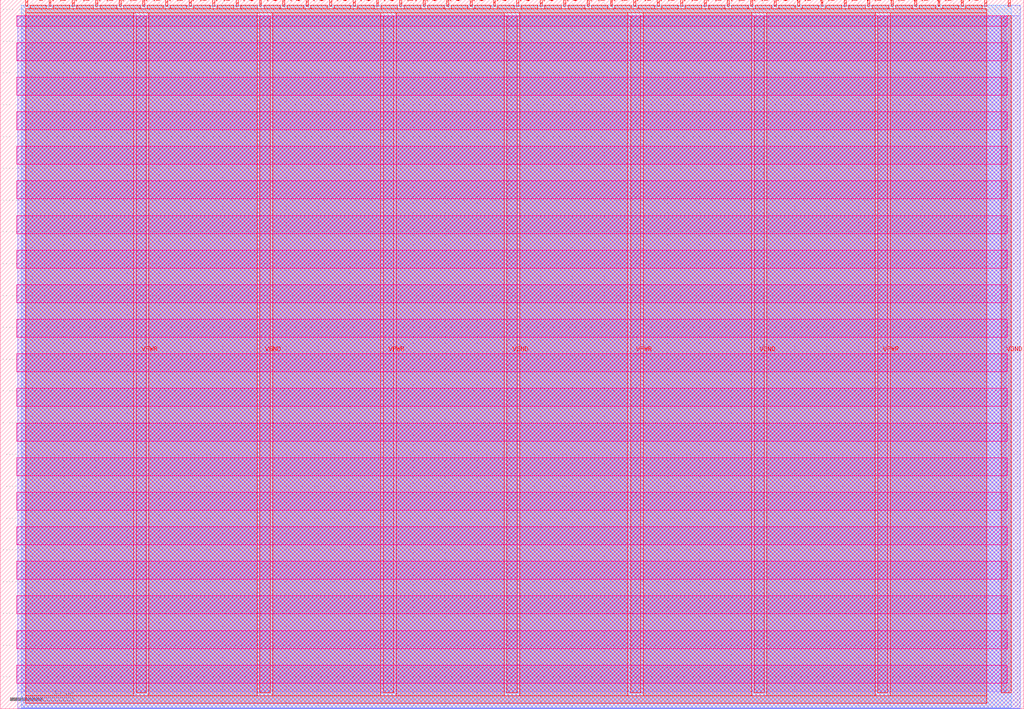
<source format=lef>
VERSION 5.7 ;
  NOWIREEXTENSIONATPIN ON ;
  DIVIDERCHAR "/" ;
  BUSBITCHARS "[]" ;
MACRO tt_um_tinytapeout_dvd_screensaver
  CLASS BLOCK ;
  FOREIGN tt_um_tinytapeout_dvd_screensaver ;
  ORIGIN 0.000 0.000 ;
  SIZE 161.000 BY 111.520 ;
  PIN VGND
    DIRECTION INOUT ;
    USE GROUND ;
    PORT
      LAYER met4 ;
        RECT 40.830 2.480 42.430 109.040 ;
    END
    PORT
      LAYER met4 ;
        RECT 79.700 2.480 81.300 109.040 ;
    END
    PORT
      LAYER met4 ;
        RECT 118.570 2.480 120.170 109.040 ;
    END
    PORT
      LAYER met4 ;
        RECT 157.440 2.480 159.040 109.040 ;
    END
  END VGND
  PIN VPWR
    DIRECTION INOUT ;
    USE POWER ;
    PORT
      LAYER met4 ;
        RECT 21.395 2.480 22.995 109.040 ;
    END
    PORT
      LAYER met4 ;
        RECT 60.265 2.480 61.865 109.040 ;
    END
    PORT
      LAYER met4 ;
        RECT 99.135 2.480 100.735 109.040 ;
    END
    PORT
      LAYER met4 ;
        RECT 138.005 2.480 139.605 109.040 ;
    END
  END VPWR
  PIN clk
    DIRECTION INPUT ;
    USE SIGNAL ;
    ANTENNAGATEAREA 0.852000 ;
    PORT
      LAYER met4 ;
        RECT 154.870 110.520 155.170 111.520 ;
    END
  END clk
  PIN ena
    DIRECTION INPUT ;
    USE SIGNAL ;
    PORT
      LAYER met4 ;
        RECT 158.550 110.520 158.850 111.520 ;
    END
  END ena
  PIN rst_n
    DIRECTION INPUT ;
    USE SIGNAL ;
    ANTENNAGATEAREA 0.126000 ;
    PORT
      LAYER met4 ;
        RECT 151.190 110.520 151.490 111.520 ;
    END
  END rst_n
  PIN ui_in[0]
    DIRECTION INPUT ;
    USE SIGNAL ;
    ANTENNAGATEAREA 0.196500 ;
    PORT
      LAYER met4 ;
        RECT 147.510 110.520 147.810 111.520 ;
    END
  END ui_in[0]
  PIN ui_in[1]
    DIRECTION INPUT ;
    USE SIGNAL ;
    ANTENNAGATEAREA 0.196500 ;
    PORT
      LAYER met4 ;
        RECT 143.830 110.520 144.130 111.520 ;
    END
  END ui_in[1]
  PIN ui_in[2]
    DIRECTION INPUT ;
    USE SIGNAL ;
    PORT
      LAYER met4 ;
        RECT 140.150 110.520 140.450 111.520 ;
    END
  END ui_in[2]
  PIN ui_in[3]
    DIRECTION INPUT ;
    USE SIGNAL ;
    PORT
      LAYER met4 ;
        RECT 136.470 110.520 136.770 111.520 ;
    END
  END ui_in[3]
  PIN ui_in[4]
    DIRECTION INPUT ;
    USE SIGNAL ;
    PORT
      LAYER met4 ;
        RECT 132.790 110.520 133.090 111.520 ;
    END
  END ui_in[4]
  PIN ui_in[5]
    DIRECTION INPUT ;
    USE SIGNAL ;
    PORT
      LAYER met4 ;
        RECT 129.110 110.520 129.410 111.520 ;
    END
  END ui_in[5]
  PIN ui_in[6]
    DIRECTION INPUT ;
    USE SIGNAL ;
    PORT
      LAYER met4 ;
        RECT 125.430 110.520 125.730 111.520 ;
    END
  END ui_in[6]
  PIN ui_in[7]
    DIRECTION INPUT ;
    USE SIGNAL ;
    PORT
      LAYER met4 ;
        RECT 121.750 110.520 122.050 111.520 ;
    END
  END ui_in[7]
  PIN uio_in[0]
    DIRECTION INPUT ;
    USE SIGNAL ;
    PORT
      LAYER met4 ;
        RECT 118.070 110.520 118.370 111.520 ;
    END
  END uio_in[0]
  PIN uio_in[1]
    DIRECTION INPUT ;
    USE SIGNAL ;
    PORT
      LAYER met4 ;
        RECT 114.390 110.520 114.690 111.520 ;
    END
  END uio_in[1]
  PIN uio_in[2]
    DIRECTION INPUT ;
    USE SIGNAL ;
    PORT
      LAYER met4 ;
        RECT 110.710 110.520 111.010 111.520 ;
    END
  END uio_in[2]
  PIN uio_in[3]
    DIRECTION INPUT ;
    USE SIGNAL ;
    PORT
      LAYER met4 ;
        RECT 107.030 110.520 107.330 111.520 ;
    END
  END uio_in[3]
  PIN uio_in[4]
    DIRECTION INPUT ;
    USE SIGNAL ;
    PORT
      LAYER met4 ;
        RECT 103.350 110.520 103.650 111.520 ;
    END
  END uio_in[4]
  PIN uio_in[5]
    DIRECTION INPUT ;
    USE SIGNAL ;
    PORT
      LAYER met4 ;
        RECT 99.670 110.520 99.970 111.520 ;
    END
  END uio_in[5]
  PIN uio_in[6]
    DIRECTION INPUT ;
    USE SIGNAL ;
    PORT
      LAYER met4 ;
        RECT 95.990 110.520 96.290 111.520 ;
    END
  END uio_in[6]
  PIN uio_in[7]
    DIRECTION INPUT ;
    USE SIGNAL ;
    PORT
      LAYER met4 ;
        RECT 92.310 110.520 92.610 111.520 ;
    END
  END uio_in[7]
  PIN uio_oe[0]
    DIRECTION OUTPUT TRISTATE ;
    USE SIGNAL ;
    PORT
      LAYER met4 ;
        RECT 29.750 110.520 30.050 111.520 ;
    END
  END uio_oe[0]
  PIN uio_oe[1]
    DIRECTION OUTPUT TRISTATE ;
    USE SIGNAL ;
    PORT
      LAYER met4 ;
        RECT 26.070 110.520 26.370 111.520 ;
    END
  END uio_oe[1]
  PIN uio_oe[2]
    DIRECTION OUTPUT TRISTATE ;
    USE SIGNAL ;
    PORT
      LAYER met4 ;
        RECT 22.390 110.520 22.690 111.520 ;
    END
  END uio_oe[2]
  PIN uio_oe[3]
    DIRECTION OUTPUT TRISTATE ;
    USE SIGNAL ;
    PORT
      LAYER met4 ;
        RECT 18.710 110.520 19.010 111.520 ;
    END
  END uio_oe[3]
  PIN uio_oe[4]
    DIRECTION OUTPUT TRISTATE ;
    USE SIGNAL ;
    PORT
      LAYER met4 ;
        RECT 15.030 110.520 15.330 111.520 ;
    END
  END uio_oe[4]
  PIN uio_oe[5]
    DIRECTION OUTPUT TRISTATE ;
    USE SIGNAL ;
    PORT
      LAYER met4 ;
        RECT 11.350 110.520 11.650 111.520 ;
    END
  END uio_oe[5]
  PIN uio_oe[6]
    DIRECTION OUTPUT TRISTATE ;
    USE SIGNAL ;
    PORT
      LAYER met4 ;
        RECT 7.670 110.520 7.970 111.520 ;
    END
  END uio_oe[6]
  PIN uio_oe[7]
    DIRECTION OUTPUT TRISTATE ;
    USE SIGNAL ;
    PORT
      LAYER met4 ;
        RECT 3.990 110.520 4.290 111.520 ;
    END
  END uio_oe[7]
  PIN uio_out[0]
    DIRECTION OUTPUT TRISTATE ;
    USE SIGNAL ;
    PORT
      LAYER met4 ;
        RECT 59.190 110.520 59.490 111.520 ;
    END
  END uio_out[0]
  PIN uio_out[1]
    DIRECTION OUTPUT TRISTATE ;
    USE SIGNAL ;
    PORT
      LAYER met4 ;
        RECT 55.510 110.520 55.810 111.520 ;
    END
  END uio_out[1]
  PIN uio_out[2]
    DIRECTION OUTPUT TRISTATE ;
    USE SIGNAL ;
    PORT
      LAYER met4 ;
        RECT 51.830 110.520 52.130 111.520 ;
    END
  END uio_out[2]
  PIN uio_out[3]
    DIRECTION OUTPUT TRISTATE ;
    USE SIGNAL ;
    PORT
      LAYER met4 ;
        RECT 48.150 110.520 48.450 111.520 ;
    END
  END uio_out[3]
  PIN uio_out[4]
    DIRECTION OUTPUT TRISTATE ;
    USE SIGNAL ;
    PORT
      LAYER met4 ;
        RECT 44.470 110.520 44.770 111.520 ;
    END
  END uio_out[4]
  PIN uio_out[5]
    DIRECTION OUTPUT TRISTATE ;
    USE SIGNAL ;
    PORT
      LAYER met4 ;
        RECT 40.790 110.520 41.090 111.520 ;
    END
  END uio_out[5]
  PIN uio_out[6]
    DIRECTION OUTPUT TRISTATE ;
    USE SIGNAL ;
    PORT
      LAYER met4 ;
        RECT 37.110 110.520 37.410 111.520 ;
    END
  END uio_out[6]
  PIN uio_out[7]
    DIRECTION OUTPUT TRISTATE ;
    USE SIGNAL ;
    PORT
      LAYER met4 ;
        RECT 33.430 110.520 33.730 111.520 ;
    END
  END uio_out[7]
  PIN uo_out[0]
    DIRECTION OUTPUT TRISTATE ;
    USE SIGNAL ;
    ANTENNADIFFAREA 0.445500 ;
    PORT
      LAYER met4 ;
        RECT 88.630 110.520 88.930 111.520 ;
    END
  END uo_out[0]
  PIN uo_out[1]
    DIRECTION OUTPUT TRISTATE ;
    USE SIGNAL ;
    ANTENNADIFFAREA 0.445500 ;
    PORT
      LAYER met4 ;
        RECT 84.950 110.520 85.250 111.520 ;
    END
  END uo_out[1]
  PIN uo_out[2]
    DIRECTION OUTPUT TRISTATE ;
    USE SIGNAL ;
    ANTENNADIFFAREA 0.445500 ;
    PORT
      LAYER met4 ;
        RECT 81.270 110.520 81.570 111.520 ;
    END
  END uo_out[2]
  PIN uo_out[3]
    DIRECTION OUTPUT TRISTATE ;
    USE SIGNAL ;
    ANTENNADIFFAREA 0.795200 ;
    PORT
      LAYER met4 ;
        RECT 77.590 110.520 77.890 111.520 ;
    END
  END uo_out[3]
  PIN uo_out[4]
    DIRECTION OUTPUT TRISTATE ;
    USE SIGNAL ;
    ANTENNADIFFAREA 0.445500 ;
    PORT
      LAYER met4 ;
        RECT 73.910 110.520 74.210 111.520 ;
    END
  END uo_out[4]
  PIN uo_out[5]
    DIRECTION OUTPUT TRISTATE ;
    USE SIGNAL ;
    ANTENNADIFFAREA 0.445500 ;
    PORT
      LAYER met4 ;
        RECT 70.230 110.520 70.530 111.520 ;
    END
  END uo_out[5]
  PIN uo_out[6]
    DIRECTION OUTPUT TRISTATE ;
    USE SIGNAL ;
    ANTENNADIFFAREA 0.445500 ;
    PORT
      LAYER met4 ;
        RECT 66.550 110.520 66.850 111.520 ;
    END
  END uo_out[6]
  PIN uo_out[7]
    DIRECTION OUTPUT TRISTATE ;
    USE SIGNAL ;
    ANTENNADIFFAREA 0.445500 ;
    PORT
      LAYER met4 ;
        RECT 62.870 110.520 63.170 111.520 ;
    END
  END uo_out[7]
  OBS
      LAYER nwell ;
        RECT 2.570 107.385 158.430 108.990 ;
        RECT 2.570 101.945 158.430 104.775 ;
        RECT 2.570 96.505 158.430 99.335 ;
        RECT 2.570 91.065 158.430 93.895 ;
        RECT 2.570 85.625 158.430 88.455 ;
        RECT 2.570 80.185 158.430 83.015 ;
        RECT 2.570 74.745 158.430 77.575 ;
        RECT 2.570 69.305 158.430 72.135 ;
        RECT 2.570 63.865 158.430 66.695 ;
        RECT 2.570 58.425 158.430 61.255 ;
        RECT 2.570 52.985 158.430 55.815 ;
        RECT 2.570 47.545 158.430 50.375 ;
        RECT 2.570 42.105 158.430 44.935 ;
        RECT 2.570 36.665 158.430 39.495 ;
        RECT 2.570 31.225 158.430 34.055 ;
        RECT 2.570 25.785 158.430 28.615 ;
        RECT 2.570 20.345 158.430 23.175 ;
        RECT 2.570 14.905 158.430 17.735 ;
        RECT 2.570 9.465 158.430 12.295 ;
        RECT 2.570 4.025 158.430 6.855 ;
      LAYER li1 ;
        RECT 2.760 2.635 158.240 108.885 ;
      LAYER met1 ;
        RECT 2.760 0.040 160.470 109.040 ;
      LAYER met2 ;
        RECT 3.310 0.010 160.440 110.685 ;
      LAYER met3 ;
        RECT 3.285 0.175 159.030 110.665 ;
      LAYER met4 ;
        RECT 4.690 110.120 7.270 110.665 ;
        RECT 8.370 110.120 10.950 110.665 ;
        RECT 12.050 110.120 14.630 110.665 ;
        RECT 15.730 110.120 18.310 110.665 ;
        RECT 19.410 110.120 21.990 110.665 ;
        RECT 23.090 110.120 25.670 110.665 ;
        RECT 26.770 110.120 29.350 110.665 ;
        RECT 30.450 110.120 33.030 110.665 ;
        RECT 34.130 110.120 36.710 110.665 ;
        RECT 37.810 110.120 40.390 110.665 ;
        RECT 41.490 110.120 44.070 110.665 ;
        RECT 45.170 110.120 47.750 110.665 ;
        RECT 48.850 110.120 51.430 110.665 ;
        RECT 52.530 110.120 55.110 110.665 ;
        RECT 56.210 110.120 58.790 110.665 ;
        RECT 59.890 110.120 62.470 110.665 ;
        RECT 63.570 110.120 66.150 110.665 ;
        RECT 67.250 110.120 69.830 110.665 ;
        RECT 70.930 110.120 73.510 110.665 ;
        RECT 74.610 110.120 77.190 110.665 ;
        RECT 78.290 110.120 80.870 110.665 ;
        RECT 81.970 110.120 84.550 110.665 ;
        RECT 85.650 110.120 88.230 110.665 ;
        RECT 89.330 110.120 91.910 110.665 ;
        RECT 93.010 110.120 95.590 110.665 ;
        RECT 96.690 110.120 99.270 110.665 ;
        RECT 100.370 110.120 102.950 110.665 ;
        RECT 104.050 110.120 106.630 110.665 ;
        RECT 107.730 110.120 110.310 110.665 ;
        RECT 111.410 110.120 113.990 110.665 ;
        RECT 115.090 110.120 117.670 110.665 ;
        RECT 118.770 110.120 121.350 110.665 ;
        RECT 122.450 110.120 125.030 110.665 ;
        RECT 126.130 110.120 128.710 110.665 ;
        RECT 129.810 110.120 132.390 110.665 ;
        RECT 133.490 110.120 136.070 110.665 ;
        RECT 137.170 110.120 139.750 110.665 ;
        RECT 140.850 110.120 143.430 110.665 ;
        RECT 144.530 110.120 147.110 110.665 ;
        RECT 148.210 110.120 150.790 110.665 ;
        RECT 151.890 110.120 154.470 110.665 ;
        RECT 3.975 109.440 155.185 110.120 ;
        RECT 3.975 2.080 20.995 109.440 ;
        RECT 23.395 2.080 40.430 109.440 ;
        RECT 42.830 2.080 59.865 109.440 ;
        RECT 62.265 2.080 79.300 109.440 ;
        RECT 81.700 2.080 98.735 109.440 ;
        RECT 101.135 2.080 118.170 109.440 ;
        RECT 120.570 2.080 137.605 109.440 ;
        RECT 140.005 2.080 155.185 109.440 ;
        RECT 3.975 0.855 155.185 2.080 ;
  END
END tt_um_tinytapeout_dvd_screensaver
END LIBRARY


</source>
